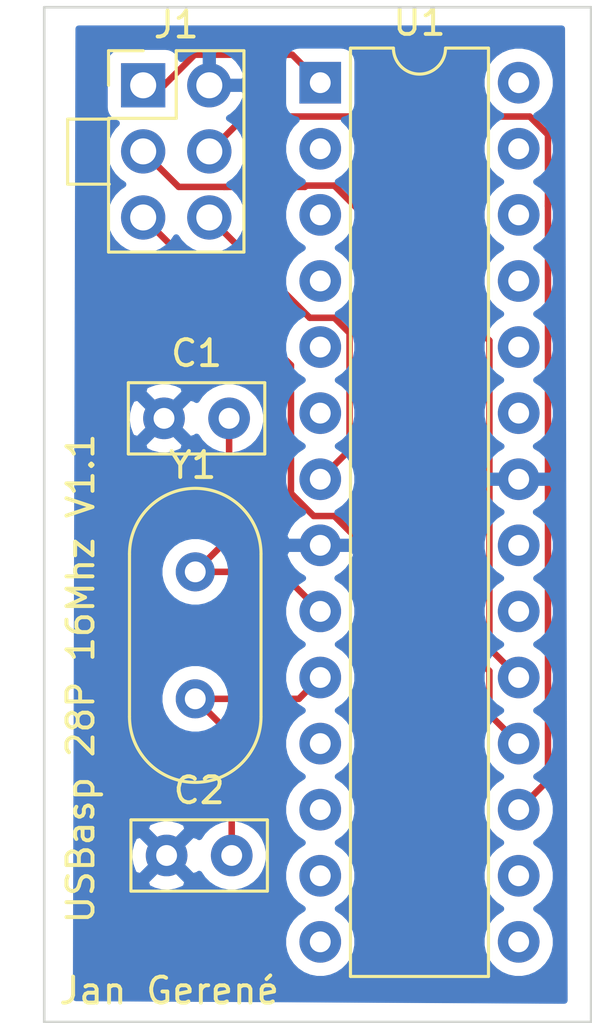
<source format=kicad_pcb>
(kicad_pcb (version 20171130) (host pcbnew "(5.1.7)-1")

  (general
    (thickness 1.6)
    (drawings 9)
    (tracks 41)
    (zones 0)
    (modules 5)
    (nets 9)
  )

  (page A4)
  (layers
    (0 F.Cu signal)
    (31 B.Cu signal hide)
    (32 B.Adhes user)
    (33 F.Adhes user)
    (34 B.Paste user)
    (35 F.Paste user)
    (36 B.SilkS user)
    (37 F.SilkS user)
    (38 B.Mask user)
    (39 F.Mask user)
    (40 Dwgs.User user)
    (41 Cmts.User user)
    (42 Eco1.User user)
    (43 Eco2.User user)
    (44 Edge.Cuts user)
    (45 Margin user)
    (46 B.CrtYd user)
    (47 F.CrtYd user)
    (48 B.Fab user)
    (49 F.Fab user)
  )

  (setup
    (last_trace_width 0.25)
    (trace_clearance 0.2)
    (zone_clearance 0.508)
    (zone_45_only no)
    (trace_min 0.2)
    (via_size 0.8)
    (via_drill 0.4)
    (via_min_size 0.4)
    (via_min_drill 0.3)
    (uvia_size 0.3)
    (uvia_drill 0.1)
    (uvias_allowed no)
    (uvia_min_size 0.2)
    (uvia_min_drill 0.1)
    (edge_width 0.05)
    (segment_width 0.2)
    (pcb_text_width 0.3)
    (pcb_text_size 1.5 1.5)
    (mod_edge_width 0.12)
    (mod_text_size 1 1)
    (mod_text_width 0.15)
    (pad_size 1.524 1.524)
    (pad_drill 0.762)
    (pad_to_mask_clearance 0)
    (aux_axis_origin 0 0)
    (visible_elements 7FFFFFFF)
    (pcbplotparams
      (layerselection 0x010f0_ffffffff)
      (usegerberextensions false)
      (usegerberattributes true)
      (usegerberadvancedattributes true)
      (creategerberjobfile true)
      (excludeedgelayer true)
      (linewidth 0.100000)
      (plotframeref false)
      (viasonmask false)
      (mode 1)
      (useauxorigin false)
      (hpglpennumber 1)
      (hpglpenspeed 20)
      (hpglpendiameter 15.000000)
      (psnegative false)
      (psa4output false)
      (plotreference true)
      (plotvalue true)
      (plotinvisibletext false)
      (padsonsilk true)
      (subtractmaskfromsilk false)
      (outputformat 1)
      (mirror false)
      (drillshape 0)
      (scaleselection 1)
      (outputdirectory "gerbers/"))
  )

  (net 0 "")
  (net 1 GND)
  (net 2 "Net-(C2-Pad2)")
  (net 3 /XTAL1)
  (net 4 /RST)
  (net 5 /SCK)
  (net 6 /MOSI)
  (net 7 /MISO)
  (net 8 /VCC)

  (net_class Default "This is the default net class."
    (clearance 0.2)
    (trace_width 0.25)
    (via_dia 0.8)
    (via_drill 0.4)
    (uvia_dia 0.3)
    (uvia_drill 0.1)
    (add_net /MISO)
    (add_net /MOSI)
    (add_net /RST)
    (add_net /SCK)
    (add_net /VCC)
    (add_net /XTAL1)
    (add_net GND)
    (add_net "Net-(C2-Pad2)")
  )

  (module Connector_PinHeader_2.54mm:PinHeader_2x03_P2.54mm_Vertical (layer F.Cu) (tedit 59FED5CC) (tstamp 5FC94F8D)
    (at 133.8 87)
    (descr "Through hole straight pin header, 2x03, 2.54mm pitch, double rows")
    (tags "Through hole pin header THT 2x03 2.54mm double row")
    (path /5FC8C814)
    (fp_text reference J1 (at 1.27 -2.33) (layer F.SilkS)
      (effects (font (size 1 1) (thickness 0.15)))
    )
    (fp_text value Conn_01x06_Male (at 1.27 7.41) (layer F.Fab)
      (effects (font (size 1 1) (thickness 0.15)))
    )
    (fp_line (start 0 -1.27) (end 3.81 -1.27) (layer F.Fab) (width 0.1))
    (fp_line (start 3.81 -1.27) (end 3.81 6.35) (layer F.Fab) (width 0.1))
    (fp_line (start 3.81 6.35) (end -1.27 6.35) (layer F.Fab) (width 0.1))
    (fp_line (start -1.27 6.35) (end -1.27 0) (layer F.Fab) (width 0.1))
    (fp_line (start -1.27 0) (end 0 -1.27) (layer F.Fab) (width 0.1))
    (fp_line (start -1.33 6.41) (end 3.87 6.41) (layer F.SilkS) (width 0.12))
    (fp_line (start -1.33 1.27) (end -1.33 6.41) (layer F.SilkS) (width 0.12))
    (fp_line (start 3.87 -1.33) (end 3.87 6.41) (layer F.SilkS) (width 0.12))
    (fp_line (start -1.33 1.27) (end 1.27 1.27) (layer F.SilkS) (width 0.12))
    (fp_line (start 1.27 1.27) (end 1.27 -1.33) (layer F.SilkS) (width 0.12))
    (fp_line (start 1.27 -1.33) (end 3.87 -1.33) (layer F.SilkS) (width 0.12))
    (fp_line (start -1.33 0) (end -1.33 -1.33) (layer F.SilkS) (width 0.12))
    (fp_line (start -1.33 -1.33) (end 0 -1.33) (layer F.SilkS) (width 0.12))
    (fp_line (start -1.8 -1.8) (end -1.8 6.85) (layer F.CrtYd) (width 0.05))
    (fp_line (start -1.8 6.85) (end 4.35 6.85) (layer F.CrtYd) (width 0.05))
    (fp_line (start 4.35 6.85) (end 4.35 -1.8) (layer F.CrtYd) (width 0.05))
    (fp_line (start 4.35 -1.8) (end -1.8 -1.8) (layer F.CrtYd) (width 0.05))
    (fp_text user %R (at 1.27 2.54 90) (layer F.Fab)
      (effects (font (size 1 1) (thickness 0.15)))
    )
    (pad 1 thru_hole rect (at 0 0) (size 1.7 1.7) (drill 1) (layers *.Cu *.Mask)
      (net 4 /RST))
    (pad 2 thru_hole oval (at 2.54 0) (size 1.7 1.7) (drill 1) (layers *.Cu *.Mask)
      (net 1 GND))
    (pad 3 thru_hole oval (at 0 2.54) (size 1.7 1.7) (drill 1) (layers *.Cu *.Mask)
      (net 5 /SCK))
    (pad 4 thru_hole oval (at 2.54 2.54) (size 1.7 1.7) (drill 1) (layers *.Cu *.Mask)
      (net 6 /MOSI))
    (pad 5 thru_hole oval (at 0 5.08) (size 1.7 1.7) (drill 1) (layers *.Cu *.Mask)
      (net 7 /MISO))
    (pad 6 thru_hole oval (at 2.54 5.08) (size 1.7 1.7) (drill 1) (layers *.Cu *.Mask)
      (net 8 /VCC))
    (model ${KISYS3DMOD}/Connector_PinHeader_2.54mm.3dshapes/PinHeader_2x03_P2.54mm_Vertical.wrl
      (at (xyz 0 0 0))
      (scale (xyz 1 1 1))
      (rotate (xyz 0 0 0))
    )
  )

  (module Package_DIP:DIP-28_W7.62mm (layer F.Cu) (tedit 5A02E8C5) (tstamp 5FC94FBD)
    (at 140.6 86.9)
    (descr "28-lead though-hole mounted DIP package, row spacing 7.62 mm (300 mils)")
    (tags "THT DIP DIL PDIP 2.54mm 7.62mm 300mil")
    (path /5FC8D473)
    (fp_text reference U1 (at 3.81 -2.33) (layer F.SilkS)
      (effects (font (size 1 1) (thickness 0.15)))
    )
    (fp_text value ATmega328P-PU (at 3.9 25.8 90) (layer F.Fab)
      (effects (font (size 1 1) (thickness 0.15)))
    )
    (fp_line (start 1.635 -1.27) (end 6.985 -1.27) (layer F.Fab) (width 0.1))
    (fp_line (start 6.985 -1.27) (end 6.985 34.29) (layer F.Fab) (width 0.1))
    (fp_line (start 6.985 34.29) (end 0.635 34.29) (layer F.Fab) (width 0.1))
    (fp_line (start 0.635 34.29) (end 0.635 -0.27) (layer F.Fab) (width 0.1))
    (fp_line (start 0.635 -0.27) (end 1.635 -1.27) (layer F.Fab) (width 0.1))
    (fp_line (start 2.81 -1.33) (end 1.16 -1.33) (layer F.SilkS) (width 0.12))
    (fp_line (start 1.16 -1.33) (end 1.16 34.35) (layer F.SilkS) (width 0.12))
    (fp_line (start 1.16 34.35) (end 6.46 34.35) (layer F.SilkS) (width 0.12))
    (fp_line (start 6.46 34.35) (end 6.46 -1.33) (layer F.SilkS) (width 0.12))
    (fp_line (start 6.46 -1.33) (end 4.81 -1.33) (layer F.SilkS) (width 0.12))
    (fp_line (start -1.1 -1.55) (end -1.1 34.55) (layer F.CrtYd) (width 0.05))
    (fp_line (start -1.1 34.55) (end 8.7 34.55) (layer F.CrtYd) (width 0.05))
    (fp_line (start 8.7 34.55) (end 8.7 -1.55) (layer F.CrtYd) (width 0.05))
    (fp_line (start 8.7 -1.55) (end -1.1 -1.55) (layer F.CrtYd) (width 0.05))
    (fp_arc (start 3.81 -1.33) (end 2.81 -1.33) (angle -180) (layer F.SilkS) (width 0.12))
    (fp_text user %R (at 3.81 16.51) (layer F.Fab)
      (effects (font (size 1 1) (thickness 0.15)))
    )
    (pad 1 thru_hole rect (at 0 0) (size 1.6 1.6) (drill 0.8) (layers *.Cu *.Mask)
      (net 4 /RST))
    (pad 15 thru_hole oval (at 7.62 33.02) (size 1.6 1.6) (drill 0.8) (layers *.Cu *.Mask))
    (pad 2 thru_hole oval (at 0 2.54) (size 1.6 1.6) (drill 0.8) (layers *.Cu *.Mask))
    (pad 16 thru_hole oval (at 7.62 30.48) (size 1.6 1.6) (drill 0.8) (layers *.Cu *.Mask))
    (pad 3 thru_hole oval (at 0 5.08) (size 1.6 1.6) (drill 0.8) (layers *.Cu *.Mask))
    (pad 17 thru_hole oval (at 7.62 27.94) (size 1.6 1.6) (drill 0.8) (layers *.Cu *.Mask)
      (net 6 /MOSI))
    (pad 4 thru_hole oval (at 0 7.62) (size 1.6 1.6) (drill 0.8) (layers *.Cu *.Mask))
    (pad 18 thru_hole oval (at 7.62 25.4) (size 1.6 1.6) (drill 0.8) (layers *.Cu *.Mask)
      (net 7 /MISO))
    (pad 5 thru_hole oval (at 0 10.16) (size 1.6 1.6) (drill 0.8) (layers *.Cu *.Mask))
    (pad 19 thru_hole oval (at 7.62 22.86) (size 1.6 1.6) (drill 0.8) (layers *.Cu *.Mask)
      (net 5 /SCK))
    (pad 6 thru_hole oval (at 0 12.7) (size 1.6 1.6) (drill 0.8) (layers *.Cu *.Mask))
    (pad 20 thru_hole oval (at 7.62 20.32) (size 1.6 1.6) (drill 0.8) (layers *.Cu *.Mask))
    (pad 7 thru_hole oval (at 0 15.24) (size 1.6 1.6) (drill 0.8) (layers *.Cu *.Mask)
      (net 8 /VCC))
    (pad 21 thru_hole oval (at 7.62 17.78) (size 1.6 1.6) (drill 0.8) (layers *.Cu *.Mask))
    (pad 8 thru_hole oval (at 0 17.78) (size 1.6 1.6) (drill 0.8) (layers *.Cu *.Mask)
      (net 1 GND))
    (pad 22 thru_hole oval (at 7.62 15.24) (size 1.6 1.6) (drill 0.8) (layers *.Cu *.Mask)
      (net 1 GND))
    (pad 9 thru_hole oval (at 0 20.32) (size 1.6 1.6) (drill 0.8) (layers *.Cu *.Mask)
      (net 3 /XTAL1))
    (pad 23 thru_hole oval (at 7.62 12.7) (size 1.6 1.6) (drill 0.8) (layers *.Cu *.Mask))
    (pad 10 thru_hole oval (at 0 22.86) (size 1.6 1.6) (drill 0.8) (layers *.Cu *.Mask)
      (net 2 "Net-(C2-Pad2)"))
    (pad 24 thru_hole oval (at 7.62 10.16) (size 1.6 1.6) (drill 0.8) (layers *.Cu *.Mask))
    (pad 11 thru_hole oval (at 0 25.4) (size 1.6 1.6) (drill 0.8) (layers *.Cu *.Mask))
    (pad 25 thru_hole oval (at 7.62 7.62) (size 1.6 1.6) (drill 0.8) (layers *.Cu *.Mask))
    (pad 12 thru_hole oval (at 0 27.94) (size 1.6 1.6) (drill 0.8) (layers *.Cu *.Mask))
    (pad 26 thru_hole oval (at 7.62 5.08) (size 1.6 1.6) (drill 0.8) (layers *.Cu *.Mask))
    (pad 13 thru_hole oval (at 0 30.48) (size 1.6 1.6) (drill 0.8) (layers *.Cu *.Mask))
    (pad 27 thru_hole oval (at 7.62 2.54) (size 1.6 1.6) (drill 0.8) (layers *.Cu *.Mask))
    (pad 14 thru_hole oval (at 0 33.02) (size 1.6 1.6) (drill 0.8) (layers *.Cu *.Mask))
    (pad 28 thru_hole oval (at 7.62 0) (size 1.6 1.6) (drill 0.8) (layers *.Cu *.Mask))
    (model ${KISYS3DMOD}/Package_DIP.3dshapes/DIP-28_W7.62mm.wrl
      (at (xyz 0 0 0))
      (scale (xyz 1 1 1))
      (rotate (xyz 0 0 0))
    )
  )

  (module Crystal:Crystal_HC49-U_Vertical (layer F.Cu) (tedit 5A1AD3B8) (tstamp 5FC94FD4)
    (at 135.8 105.7 270)
    (descr "Crystal THT HC-49/U http://5hertz.com/pdfs/04404_D.pdf")
    (tags "THT crystalHC-49/U")
    (path /5FC91D07)
    (fp_text reference Y1 (at -4.1 0.1 180) (layer F.SilkS)
      (effects (font (size 1 1) (thickness 0.15)))
    )
    (fp_text value 16MHz (at 2.9 1.1 90) (layer F.Fab)
      (effects (font (size 1 1) (thickness 0.15)))
    )
    (fp_line (start -0.685 -2.325) (end 5.565 -2.325) (layer F.Fab) (width 0.1))
    (fp_line (start -0.685 2.325) (end 5.565 2.325) (layer F.Fab) (width 0.1))
    (fp_line (start -0.56 -2) (end 5.44 -2) (layer F.Fab) (width 0.1))
    (fp_line (start -0.56 2) (end 5.44 2) (layer F.Fab) (width 0.1))
    (fp_line (start -0.685 -2.525) (end 5.565 -2.525) (layer F.SilkS) (width 0.12))
    (fp_line (start -0.685 2.525) (end 5.565 2.525) (layer F.SilkS) (width 0.12))
    (fp_line (start -3.5 -2.8) (end -3.5 2.8) (layer F.CrtYd) (width 0.05))
    (fp_line (start -3.5 2.8) (end 8.4 2.8) (layer F.CrtYd) (width 0.05))
    (fp_line (start 8.4 2.8) (end 8.4 -2.8) (layer F.CrtYd) (width 0.05))
    (fp_line (start 8.4 -2.8) (end -3.5 -2.8) (layer F.CrtYd) (width 0.05))
    (fp_text user %R (at 2.324999 0.274999 90) (layer F.Fab)
      (effects (font (size 1 1) (thickness 0.15)))
    )
    (fp_arc (start -0.685 0) (end -0.685 -2.325) (angle -180) (layer F.Fab) (width 0.1))
    (fp_arc (start 5.565 0) (end 5.565 -2.325) (angle 180) (layer F.Fab) (width 0.1))
    (fp_arc (start -0.56 0) (end -0.56 -2) (angle -180) (layer F.Fab) (width 0.1))
    (fp_arc (start 5.44 0) (end 5.44 -2) (angle 180) (layer F.Fab) (width 0.1))
    (fp_arc (start -0.685 0) (end -0.685 -2.525) (angle -180) (layer F.SilkS) (width 0.12))
    (fp_arc (start 5.565 0) (end 5.565 -2.525) (angle 180) (layer F.SilkS) (width 0.12))
    (pad 1 thru_hole circle (at 0 0 270) (size 1.5 1.5) (drill 0.8) (layers *.Cu *.Mask)
      (net 3 /XTAL1))
    (pad 2 thru_hole circle (at 4.88 0 270) (size 1.5 1.5) (drill 0.8) (layers *.Cu *.Mask)
      (net 2 "Net-(C2-Pad2)"))
    (model ${KISYS3DMOD}/Crystal.3dshapes/Crystal_HC49-U_Vertical.wrl
      (at (xyz 0 0 0))
      (scale (xyz 1 1 1))
      (rotate (xyz 0 0 0))
    )
  )

  (module Capacitor_THT:C_Disc_D5.0mm_W2.5mm_P2.50mm (layer F.Cu) (tedit 5AE50EF0) (tstamp 601F9430)
    (at 134.7 116.6)
    (descr "C, Disc series, Radial, pin pitch=2.50mm, , diameter*width=5*2.5mm^2, Capacitor, http://cdn-reichelt.de/documents/datenblatt/B300/DS_KERKO_TC.pdf")
    (tags "C Disc series Radial pin pitch 2.50mm  diameter 5mm width 2.5mm Capacitor")
    (path /5FC92A4D)
    (fp_text reference C2 (at 1.25 -2.5) (layer F.SilkS)
      (effects (font (size 1 1) (thickness 0.15)))
    )
    (fp_text value 22pF (at 1.25 2.5) (layer F.Fab)
      (effects (font (size 1 1) (thickness 0.15)))
    )
    (fp_line (start 4 -1.5) (end -1.5 -1.5) (layer F.CrtYd) (width 0.05))
    (fp_line (start 4 1.5) (end 4 -1.5) (layer F.CrtYd) (width 0.05))
    (fp_line (start -1.5 1.5) (end 4 1.5) (layer F.CrtYd) (width 0.05))
    (fp_line (start -1.5 -1.5) (end -1.5 1.5) (layer F.CrtYd) (width 0.05))
    (fp_line (start 3.87 -1.37) (end 3.87 1.37) (layer F.SilkS) (width 0.12))
    (fp_line (start -1.37 -1.37) (end -1.37 1.37) (layer F.SilkS) (width 0.12))
    (fp_line (start -1.37 1.37) (end 3.87 1.37) (layer F.SilkS) (width 0.12))
    (fp_line (start -1.37 -1.37) (end 3.87 -1.37) (layer F.SilkS) (width 0.12))
    (fp_line (start 3.75 -1.25) (end -1.25 -1.25) (layer F.Fab) (width 0.1))
    (fp_line (start 3.75 1.25) (end 3.75 -1.25) (layer F.Fab) (width 0.1))
    (fp_line (start -1.25 1.25) (end 3.75 1.25) (layer F.Fab) (width 0.1))
    (fp_line (start -1.25 -1.25) (end -1.25 1.25) (layer F.Fab) (width 0.1))
    (fp_text user %R (at 1.3 0) (layer F.Fab)
      (effects (font (size 1 1) (thickness 0.15)))
    )
    (pad 1 thru_hole circle (at 0 0) (size 1.6 1.6) (drill 0.8) (layers *.Cu *.Mask)
      (net 1 GND))
    (pad 2 thru_hole circle (at 2.5 0) (size 1.6 1.6) (drill 0.8) (layers *.Cu *.Mask)
      (net 2 "Net-(C2-Pad2)"))
    (model ${KISYS3DMOD}/Capacitor_THT.3dshapes/C_Disc_D5.0mm_W2.5mm_P2.50mm.wrl
      (at (xyz 0 0 0))
      (scale (xyz 1 1 1))
      (rotate (xyz 0 0 0))
    )
  )

  (module Capacitor_THT:C_Disc_D5.0mm_W2.5mm_P2.50mm (layer F.Cu) (tedit 5AE50EF0) (tstamp 601F9696)
    (at 134.6 99.8)
    (descr "C, Disc series, Radial, pin pitch=2.50mm, , diameter*width=5*2.5mm^2, Capacitor, http://cdn-reichelt.de/documents/datenblatt/B300/DS_KERKO_TC.pdf")
    (tags "C Disc series Radial pin pitch 2.50mm  diameter 5mm width 2.5mm Capacitor")
    (path /5FC924BC)
    (fp_text reference C1 (at 1.25 -2.5) (layer F.SilkS)
      (effects (font (size 1 1) (thickness 0.15)))
    )
    (fp_text value 22pF (at 1.25 2.5) (layer F.Fab)
      (effects (font (size 1 1) (thickness 0.15)))
    )
    (fp_line (start 4 -1.5) (end -1.5 -1.5) (layer F.CrtYd) (width 0.05))
    (fp_line (start 4 1.5) (end 4 -1.5) (layer F.CrtYd) (width 0.05))
    (fp_line (start -1.5 1.5) (end 4 1.5) (layer F.CrtYd) (width 0.05))
    (fp_line (start -1.5 -1.5) (end -1.5 1.5) (layer F.CrtYd) (width 0.05))
    (fp_line (start 3.87 -1.37) (end 3.87 1.37) (layer F.SilkS) (width 0.12))
    (fp_line (start -1.37 -1.37) (end -1.37 1.37) (layer F.SilkS) (width 0.12))
    (fp_line (start -1.37 1.37) (end 3.87 1.37) (layer F.SilkS) (width 0.12))
    (fp_line (start -1.37 -1.37) (end 3.87 -1.37) (layer F.SilkS) (width 0.12))
    (fp_line (start 3.75 -1.25) (end -1.25 -1.25) (layer F.Fab) (width 0.1))
    (fp_line (start 3.75 1.25) (end 3.75 -1.25) (layer F.Fab) (width 0.1))
    (fp_line (start -1.25 1.25) (end 3.75 1.25) (layer F.Fab) (width 0.1))
    (fp_line (start -1.25 -1.25) (end -1.25 1.25) (layer F.Fab) (width 0.1))
    (fp_text user %R (at 1.25 0) (layer F.Fab)
      (effects (font (size 1 1) (thickness 0.15)))
    )
    (pad 1 thru_hole circle (at 0 0) (size 1.6 1.6) (drill 0.8) (layers *.Cu *.Mask)
      (net 1 GND))
    (pad 2 thru_hole circle (at 2.5 0) (size 1.6 1.6) (drill 0.8) (layers *.Cu *.Mask)
      (net 3 /XTAL1))
    (model ${KISYS3DMOD}/Capacitor_THT.3dshapes/C_Disc_D5.0mm_W2.5mm_P2.50mm.wrl
      (at (xyz 0 0 0))
      (scale (xyz 1 1 1))
      (rotate (xyz 0 0 0))
    )
  )

  (gr_line (start 130.9 90.8) (end 132.5 90.8) (layer F.SilkS) (width 0.12))
  (gr_line (start 130.9 88.3) (end 130.9 90.8) (layer F.SilkS) (width 0.12))
  (gr_line (start 132.5 88.3) (end 130.9 88.3) (layer F.SilkS) (width 0.12))
  (gr_text "Jan Gerené" (at 134.8 121.8) (layer F.SilkS)
    (effects (font (size 1 1) (thickness 0.15)))
  )
  (gr_text "USBasp 28P 16Mhz V1.1\n" (at 131.4 109.8 90) (layer F.SilkS)
    (effects (font (size 1 1) (thickness 0.15)))
  )
  (gr_line (start 151 84) (end 151 123) (layer Edge.Cuts) (width 0.1))
  (gr_line (start 130 84) (end 151 84) (layer Edge.Cuts) (width 0.1))
  (gr_line (start 130 123) (end 130 84) (layer Edge.Cuts) (width 0.1))
  (gr_line (start 151 123) (end 130 123) (layer Edge.Cuts) (width 0.1))

  (segment (start 139.78 110.58) (end 140.6 109.76) (width 0.25) (layer F.Cu) (net 2) (status 20))
  (segment (start 135.8 110.58) (end 139.78 110.58) (width 0.25) (layer F.Cu) (net 2) (status 10))
  (segment (start 137.2 111.98) (end 135.8 110.58) (width 0.25) (layer F.Cu) (net 2) (status 20))
  (segment (start 137.2 116.6) (end 137.2 111.98) (width 0.25) (layer F.Cu) (net 2) (status 10))
  (segment (start 139.08 105.7) (end 140.6 107.22) (width 0.25) (layer F.Cu) (net 3) (status 20))
  (segment (start 135.8 105.7) (end 139.08 105.7) (width 0.25) (layer F.Cu) (net 3) (status 10))
  (segment (start 137.1 104.4) (end 135.8 105.7) (width 0.25) (layer F.Cu) (net 3) (status 20))
  (segment (start 137.1 99.8) (end 137.1 104.4) (width 0.25) (layer F.Cu) (net 3) (status 10))
  (segment (start 139.524999 85.824999) (end 140.6 86.9) (width 0.25) (layer F.Cu) (net 4) (status 20))
  (segment (start 135.775999 85.824999) (end 139.524999 85.824999) (width 0.25) (layer F.Cu) (net 4))
  (segment (start 134.600998 87) (end 135.775999 85.824999) (width 0.25) (layer F.Cu) (net 4) (status 10))
  (segment (start 133.8 87) (end 134.600998 87) (width 0.25) (layer F.Cu) (net 4) (status 30))
  (segment (start 147.094999 96.809997) (end 147.094999 108.634999) (width 0.25) (layer F.Cu) (net 5))
  (segment (start 141.140001 90.854999) (end 147.094999 96.809997) (width 0.25) (layer F.Cu) (net 5))
  (segment (start 140.059999 90.854999) (end 141.140001 90.854999) (width 0.25) (layer F.Cu) (net 5))
  (segment (start 147.094999 108.634999) (end 148.22 109.76) (width 0.25) (layer F.Cu) (net 5) (status 20))
  (segment (start 133.8 89.54) (end 135.164999 90.904999) (width 0.25) (layer F.Cu) (net 5) (status 10))
  (segment (start 140.009999 90.904999) (end 140.059999 90.854999) (width 0.25) (layer F.Cu) (net 5))
  (segment (start 136.904999 90.904999) (end 140.009999 90.904999) (width 0.25) (layer F.Cu) (net 5))
  (segment (start 135.164999 90.904999) (end 136.904999 90.904999) (width 0.25) (layer F.Cu) (net 5))
  (segment (start 136.904999 90.904999) (end 137.048589 90.904999) (width 0.25) (layer F.Cu) (net 5))
  (segment (start 149.345001 113.714999) (end 148.22 114.84) (width 0.25) (layer F.Cu) (net 6) (status 20))
  (segment (start 148.645002 88.2) (end 149.345001 88.899999) (width 0.25) (layer F.Cu) (net 6))
  (segment (start 137.7 88.2) (end 148.645002 88.2) (width 0.25) (layer F.Cu) (net 6))
  (segment (start 149.345001 88.899999) (end 149.345001 91.645001) (width 0.25) (layer F.Cu) (net 6))
  (segment (start 136.34 89.56) (end 137.7 88.2) (width 0.25) (layer F.Cu) (net 6) (status 10))
  (segment (start 136.34 89.54) (end 136.34 89.56) (width 0.25) (layer F.Cu) (net 6) (status 30))
  (segment (start 149.345001 91.645001) (end 149.345001 113.714999) (width 0.25) (layer F.Cu) (net 6))
  (segment (start 149.345001 91.439999) (end 149.345001 91.645001) (width 0.25) (layer F.Cu) (net 6))
  (segment (start 147.094999 111.174999) (end 148.22 112.3) (width 0.25) (layer F.Cu) (net 7) (status 20))
  (segment (start 147.094999 109.509997) (end 147.094999 111.174999) (width 0.25) (layer F.Cu) (net 7))
  (segment (start 141.140001 103.554999) (end 147.094999 109.509997) (width 0.25) (layer F.Cu) (net 7))
  (segment (start 140.349997 103.554999) (end 141.140001 103.554999) (width 0.25) (layer F.Cu) (net 7))
  (segment (start 139.474999 102.680001) (end 140.349997 103.554999) (width 0.25) (layer F.Cu) (net 7))
  (segment (start 139.474999 97.754999) (end 139.474999 102.680001) (width 0.25) (layer F.Cu) (net 7))
  (segment (start 133.8 92.08) (end 139.474999 97.754999) (width 0.25) (layer F.Cu) (net 7) (status 10))
  (segment (start 141.725001 101.014999) (end 140.6 102.14) (width 0.25) (layer F.Cu) (net 8) (status 20))
  (segment (start 141.725001 96.519999) (end 141.725001 101.014999) (width 0.25) (layer F.Cu) (net 8))
  (segment (start 141.140001 95.934999) (end 141.725001 96.519999) (width 0.25) (layer F.Cu) (net 8))
  (segment (start 140.194999 95.934999) (end 141.140001 95.934999) (width 0.25) (layer F.Cu) (net 8))
  (segment (start 136.34 92.08) (end 140.194999 95.934999) (width 0.25) (layer F.Cu) (net 8) (status 10))

  (zone (net 1) (net_name GND) (layer B.Cu) (tstamp 5FC96333) (hatch edge 0.508)
    (connect_pads (clearance 0.508))
    (min_thickness 0.254)
    (fill yes (arc_segments 32) (thermal_gap 0.508) (thermal_bridge_width 0.508))
    (polygon
      (pts
        (xy 150.1 122.3) (xy 131.1 122.2) (xy 131.2 84.7) (xy 150 84.7)
      )
    )
    (filled_polygon
      (pts
        (xy 149.97266 122.172328) (xy 131.227338 122.073669) (xy 131.239286 117.592702) (xy 133.886903 117.592702) (xy 133.958486 117.836671)
        (xy 134.213996 117.957571) (xy 134.488184 118.0263) (xy 134.770512 118.040217) (xy 135.05013 117.998787) (xy 135.316292 117.903603)
        (xy 135.441514 117.836671) (xy 135.513097 117.592702) (xy 134.7 116.779605) (xy 133.886903 117.592702) (xy 131.239286 117.592702)
        (xy 131.241746 116.670512) (xy 133.259783 116.670512) (xy 133.301213 116.95013) (xy 133.396397 117.216292) (xy 133.463329 117.341514)
        (xy 133.707298 117.413097) (xy 134.520395 116.6) (xy 134.879605 116.6) (xy 135.692702 117.413097) (xy 135.936671 117.341514)
        (xy 135.950324 117.312659) (xy 136.085363 117.514759) (xy 136.285241 117.714637) (xy 136.520273 117.87168) (xy 136.781426 117.979853)
        (xy 137.058665 118.035) (xy 137.341335 118.035) (xy 137.618574 117.979853) (xy 137.879727 117.87168) (xy 138.114759 117.714637)
        (xy 138.314637 117.514759) (xy 138.47168 117.279727) (xy 138.579853 117.018574) (xy 138.635 116.741335) (xy 138.635 116.458665)
        (xy 138.579853 116.181426) (xy 138.47168 115.920273) (xy 138.314637 115.685241) (xy 138.114759 115.485363) (xy 137.879727 115.32832)
        (xy 137.618574 115.220147) (xy 137.341335 115.165) (xy 137.058665 115.165) (xy 136.781426 115.220147) (xy 136.520273 115.32832)
        (xy 136.285241 115.485363) (xy 136.085363 115.685241) (xy 135.951308 115.885869) (xy 135.936671 115.858486) (xy 135.692702 115.786903)
        (xy 134.879605 116.6) (xy 134.520395 116.6) (xy 133.707298 115.786903) (xy 133.463329 115.858486) (xy 133.342429 116.113996)
        (xy 133.2737 116.388184) (xy 133.259783 116.670512) (xy 131.241746 116.670512) (xy 131.244581 115.607298) (xy 133.886903 115.607298)
        (xy 134.7 116.420395) (xy 135.513097 115.607298) (xy 135.441514 115.363329) (xy 135.186004 115.242429) (xy 134.911816 115.1737)
        (xy 134.629488 115.159783) (xy 134.34987 115.201213) (xy 134.083708 115.296397) (xy 133.958486 115.363329) (xy 133.886903 115.607298)
        (xy 131.244581 115.607298) (xy 131.25835 110.443589) (xy 134.415 110.443589) (xy 134.415 110.716411) (xy 134.468225 110.983989)
        (xy 134.572629 111.236043) (xy 134.724201 111.462886) (xy 134.917114 111.655799) (xy 135.143957 111.807371) (xy 135.396011 111.911775)
        (xy 135.663589 111.965) (xy 135.936411 111.965) (xy 136.203989 111.911775) (xy 136.456043 111.807371) (xy 136.682886 111.655799)
        (xy 136.875799 111.462886) (xy 137.027371 111.236043) (xy 137.131775 110.983989) (xy 137.185 110.716411) (xy 137.185 110.443589)
        (xy 137.131775 110.176011) (xy 137.027371 109.923957) (xy 136.875799 109.697114) (xy 136.682886 109.504201) (xy 136.456043 109.352629)
        (xy 136.203989 109.248225) (xy 135.936411 109.195) (xy 135.663589 109.195) (xy 135.396011 109.248225) (xy 135.143957 109.352629)
        (xy 134.917114 109.504201) (xy 134.724201 109.697114) (xy 134.572629 109.923957) (xy 134.468225 110.176011) (xy 134.415 110.443589)
        (xy 131.25835 110.443589) (xy 131.271363 105.563589) (xy 134.415 105.563589) (xy 134.415 105.836411) (xy 134.468225 106.103989)
        (xy 134.572629 106.356043) (xy 134.724201 106.582886) (xy 134.917114 106.775799) (xy 135.143957 106.927371) (xy 135.396011 107.031775)
        (xy 135.663589 107.085) (xy 135.936411 107.085) (xy 135.968258 107.078665) (xy 139.165 107.078665) (xy 139.165 107.361335)
        (xy 139.220147 107.638574) (xy 139.32832 107.899727) (xy 139.485363 108.134759) (xy 139.685241 108.334637) (xy 139.917759 108.49)
        (xy 139.685241 108.645363) (xy 139.485363 108.845241) (xy 139.32832 109.080273) (xy 139.220147 109.341426) (xy 139.165 109.618665)
        (xy 139.165 109.901335) (xy 139.220147 110.178574) (xy 139.32832 110.439727) (xy 139.485363 110.674759) (xy 139.685241 110.874637)
        (xy 139.917759 111.03) (xy 139.685241 111.185363) (xy 139.485363 111.385241) (xy 139.32832 111.620273) (xy 139.220147 111.881426)
        (xy 139.165 112.158665) (xy 139.165 112.441335) (xy 139.220147 112.718574) (xy 139.32832 112.979727) (xy 139.485363 113.214759)
        (xy 139.685241 113.414637) (xy 139.917759 113.57) (xy 139.685241 113.725363) (xy 139.485363 113.925241) (xy 139.32832 114.160273)
        (xy 139.220147 114.421426) (xy 139.165 114.698665) (xy 139.165 114.981335) (xy 139.220147 115.258574) (xy 139.32832 115.519727)
        (xy 139.485363 115.754759) (xy 139.685241 115.954637) (xy 139.917759 116.11) (xy 139.685241 116.265363) (xy 139.485363 116.465241)
        (xy 139.32832 116.700273) (xy 139.220147 116.961426) (xy 139.165 117.238665) (xy 139.165 117.521335) (xy 139.220147 117.798574)
        (xy 139.32832 118.059727) (xy 139.485363 118.294759) (xy 139.685241 118.494637) (xy 139.917759 118.65) (xy 139.685241 118.805363)
        (xy 139.485363 119.005241) (xy 139.32832 119.240273) (xy 139.220147 119.501426) (xy 139.165 119.778665) (xy 139.165 120.061335)
        (xy 139.220147 120.338574) (xy 139.32832 120.599727) (xy 139.485363 120.834759) (xy 139.685241 121.034637) (xy 139.920273 121.19168)
        (xy 140.181426 121.299853) (xy 140.458665 121.355) (xy 140.741335 121.355) (xy 141.018574 121.299853) (xy 141.279727 121.19168)
        (xy 141.514759 121.034637) (xy 141.714637 120.834759) (xy 141.87168 120.599727) (xy 141.979853 120.338574) (xy 142.035 120.061335)
        (xy 142.035 119.778665) (xy 141.979853 119.501426) (xy 141.87168 119.240273) (xy 141.714637 119.005241) (xy 141.514759 118.805363)
        (xy 141.282241 118.65) (xy 141.514759 118.494637) (xy 141.714637 118.294759) (xy 141.87168 118.059727) (xy 141.979853 117.798574)
        (xy 142.035 117.521335) (xy 142.035 117.238665) (xy 141.979853 116.961426) (xy 141.87168 116.700273) (xy 141.714637 116.465241)
        (xy 141.514759 116.265363) (xy 141.282241 116.11) (xy 141.514759 115.954637) (xy 141.714637 115.754759) (xy 141.87168 115.519727)
        (xy 141.979853 115.258574) (xy 142.035 114.981335) (xy 142.035 114.698665) (xy 141.979853 114.421426) (xy 141.87168 114.160273)
        (xy 141.714637 113.925241) (xy 141.514759 113.725363) (xy 141.282241 113.57) (xy 141.514759 113.414637) (xy 141.714637 113.214759)
        (xy 141.87168 112.979727) (xy 141.979853 112.718574) (xy 142.035 112.441335) (xy 142.035 112.158665) (xy 141.979853 111.881426)
        (xy 141.87168 111.620273) (xy 141.714637 111.385241) (xy 141.514759 111.185363) (xy 141.282241 111.03) (xy 141.514759 110.874637)
        (xy 141.714637 110.674759) (xy 141.87168 110.439727) (xy 141.979853 110.178574) (xy 142.035 109.901335) (xy 142.035 109.618665)
        (xy 141.979853 109.341426) (xy 141.87168 109.080273) (xy 141.714637 108.845241) (xy 141.514759 108.645363) (xy 141.282241 108.49)
        (xy 141.514759 108.334637) (xy 141.714637 108.134759) (xy 141.87168 107.899727) (xy 141.979853 107.638574) (xy 142.035 107.361335)
        (xy 142.035 107.078665) (xy 141.979853 106.801426) (xy 141.87168 106.540273) (xy 141.714637 106.305241) (xy 141.514759 106.105363)
        (xy 141.279727 105.94832) (xy 141.269135 105.943933) (xy 141.455131 105.832385) (xy 141.663519 105.643414) (xy 141.831037 105.41742)
        (xy 141.951246 105.163087) (xy 141.991904 105.029039) (xy 141.869915 104.807) (xy 140.727 104.807) (xy 140.727 104.827)
        (xy 140.473 104.827) (xy 140.473 104.807) (xy 139.330085 104.807) (xy 139.208096 105.029039) (xy 139.248754 105.163087)
        (xy 139.368963 105.41742) (xy 139.536481 105.643414) (xy 139.744869 105.832385) (xy 139.930865 105.943933) (xy 139.920273 105.94832)
        (xy 139.685241 106.105363) (xy 139.485363 106.305241) (xy 139.32832 106.540273) (xy 139.220147 106.801426) (xy 139.165 107.078665)
        (xy 135.968258 107.078665) (xy 136.203989 107.031775) (xy 136.456043 106.927371) (xy 136.682886 106.775799) (xy 136.875799 106.582886)
        (xy 137.027371 106.356043) (xy 137.131775 106.103989) (xy 137.185 105.836411) (xy 137.185 105.563589) (xy 137.131775 105.296011)
        (xy 137.027371 105.043957) (xy 136.875799 104.817114) (xy 136.682886 104.624201) (xy 136.456043 104.472629) (xy 136.203989 104.368225)
        (xy 135.936411 104.315) (xy 135.663589 104.315) (xy 135.396011 104.368225) (xy 135.143957 104.472629) (xy 134.917114 104.624201)
        (xy 134.724201 104.817114) (xy 134.572629 105.043957) (xy 134.468225 105.296011) (xy 134.415 105.563589) (xy 131.271363 105.563589)
        (xy 131.284086 100.792702) (xy 133.786903 100.792702) (xy 133.858486 101.036671) (xy 134.113996 101.157571) (xy 134.388184 101.2263)
        (xy 134.670512 101.240217) (xy 134.95013 101.198787) (xy 135.216292 101.103603) (xy 135.341514 101.036671) (xy 135.413097 100.792702)
        (xy 134.6 99.979605) (xy 133.786903 100.792702) (xy 131.284086 100.792702) (xy 131.286546 99.870512) (xy 133.159783 99.870512)
        (xy 133.201213 100.15013) (xy 133.296397 100.416292) (xy 133.363329 100.541514) (xy 133.607298 100.613097) (xy 134.420395 99.8)
        (xy 134.779605 99.8) (xy 135.592702 100.613097) (xy 135.836671 100.541514) (xy 135.850324 100.512659) (xy 135.985363 100.714759)
        (xy 136.185241 100.914637) (xy 136.420273 101.07168) (xy 136.681426 101.179853) (xy 136.958665 101.235) (xy 137.241335 101.235)
        (xy 137.518574 101.179853) (xy 137.779727 101.07168) (xy 138.014759 100.914637) (xy 138.214637 100.714759) (xy 138.37168 100.479727)
        (xy 138.479853 100.218574) (xy 138.535 99.941335) (xy 138.535 99.658665) (xy 138.479853 99.381426) (xy 138.37168 99.120273)
        (xy 138.214637 98.885241) (xy 138.014759 98.685363) (xy 137.779727 98.52832) (xy 137.518574 98.420147) (xy 137.241335 98.365)
        (xy 136.958665 98.365) (xy 136.681426 98.420147) (xy 136.420273 98.52832) (xy 136.185241 98.685363) (xy 135.985363 98.885241)
        (xy 135.851308 99.085869) (xy 135.836671 99.058486) (xy 135.592702 98.986903) (xy 134.779605 99.8) (xy 134.420395 99.8)
        (xy 133.607298 98.986903) (xy 133.363329 99.058486) (xy 133.242429 99.313996) (xy 133.1737 99.588184) (xy 133.159783 99.870512)
        (xy 131.286546 99.870512) (xy 131.289381 98.807298) (xy 133.786903 98.807298) (xy 134.6 99.620395) (xy 135.413097 98.807298)
        (xy 135.341514 98.563329) (xy 135.086004 98.442429) (xy 134.811816 98.3737) (xy 134.529488 98.359783) (xy 134.24987 98.401213)
        (xy 133.983708 98.496397) (xy 133.858486 98.563329) (xy 133.786903 98.807298) (xy 131.289381 98.807298) (xy 131.323134 86.15)
        (xy 132.311928 86.15) (xy 132.311928 87.85) (xy 132.324188 87.974482) (xy 132.360498 88.09418) (xy 132.419463 88.204494)
        (xy 132.498815 88.301185) (xy 132.595506 88.380537) (xy 132.70582 88.439502) (xy 132.77838 88.461513) (xy 132.646525 88.593368)
        (xy 132.48401 88.836589) (xy 132.372068 89.106842) (xy 132.315 89.39374) (xy 132.315 89.68626) (xy 132.372068 89.973158)
        (xy 132.48401 90.243411) (xy 132.646525 90.486632) (xy 132.853368 90.693475) (xy 133.02776 90.81) (xy 132.853368 90.926525)
        (xy 132.646525 91.133368) (xy 132.48401 91.376589) (xy 132.372068 91.646842) (xy 132.315 91.93374) (xy 132.315 92.22626)
        (xy 132.372068 92.513158) (xy 132.48401 92.783411) (xy 132.646525 93.026632) (xy 132.853368 93.233475) (xy 133.096589 93.39599)
        (xy 133.366842 93.507932) (xy 133.65374 93.565) (xy 133.94626 93.565) (xy 134.233158 93.507932) (xy 134.503411 93.39599)
        (xy 134.746632 93.233475) (xy 134.953475 93.026632) (xy 135.07 92.85224) (xy 135.186525 93.026632) (xy 135.393368 93.233475)
        (xy 135.636589 93.39599) (xy 135.906842 93.507932) (xy 136.19374 93.565) (xy 136.48626 93.565) (xy 136.773158 93.507932)
        (xy 137.043411 93.39599) (xy 137.286632 93.233475) (xy 137.493475 93.026632) (xy 137.65599 92.783411) (xy 137.767932 92.513158)
        (xy 137.825 92.22626) (xy 137.825 91.93374) (xy 137.767932 91.646842) (xy 137.65599 91.376589) (xy 137.493475 91.133368)
        (xy 137.286632 90.926525) (xy 137.11224 90.81) (xy 137.286632 90.693475) (xy 137.493475 90.486632) (xy 137.65599 90.243411)
        (xy 137.767932 89.973158) (xy 137.825 89.68626) (xy 137.825 89.39374) (xy 137.767932 89.106842) (xy 137.65599 88.836589)
        (xy 137.493475 88.593368) (xy 137.286632 88.386525) (xy 137.104466 88.264805) (xy 137.221355 88.195178) (xy 137.437588 88.000269)
        (xy 137.611641 87.76692) (xy 137.736825 87.504099) (xy 137.781476 87.35689) (xy 137.660155 87.127) (xy 136.467 87.127)
        (xy 136.467 87.147) (xy 136.213 87.147) (xy 136.213 87.127) (xy 136.193 87.127) (xy 136.193 86.873)
        (xy 136.213 86.873) (xy 136.213 85.679186) (xy 136.467 85.679186) (xy 136.467 86.873) (xy 137.660155 86.873)
        (xy 137.781476 86.64311) (xy 137.736825 86.495901) (xy 137.611641 86.23308) (xy 137.512378 86.1) (xy 139.161928 86.1)
        (xy 139.161928 87.7) (xy 139.174188 87.824482) (xy 139.210498 87.94418) (xy 139.269463 88.054494) (xy 139.348815 88.151185)
        (xy 139.445506 88.230537) (xy 139.55582 88.289502) (xy 139.675518 88.325812) (xy 139.683961 88.326643) (xy 139.485363 88.525241)
        (xy 139.32832 88.760273) (xy 139.220147 89.021426) (xy 139.165 89.298665) (xy 139.165 89.581335) (xy 139.220147 89.858574)
        (xy 139.32832 90.119727) (xy 139.485363 90.354759) (xy 139.685241 90.554637) (xy 139.917759 90.71) (xy 139.685241 90.865363)
        (xy 139.485363 91.065241) (xy 139.32832 91.300273) (xy 139.220147 91.561426) (xy 139.165 91.838665) (xy 139.165 92.121335)
        (xy 139.220147 92.398574) (xy 139.32832 92.659727) (xy 139.485363 92.894759) (xy 139.685241 93.094637) (xy 139.917759 93.25)
        (xy 139.685241 93.405363) (xy 139.485363 93.605241) (xy 139.32832 93.840273) (xy 139.220147 94.101426) (xy 139.165 94.378665)
        (xy 139.165 94.661335) (xy 139.220147 94.938574) (xy 139.32832 95.199727) (xy 139.485363 95.434759) (xy 139.685241 95.634637)
        (xy 139.917759 95.79) (xy 139.685241 95.945363) (xy 139.485363 96.145241) (xy 139.32832 96.380273) (xy 139.220147 96.641426)
        (xy 139.165 96.918665) (xy 139.165 97.201335) (xy 139.220147 97.478574) (xy 139.32832 97.739727) (xy 139.485363 97.974759)
        (xy 139.685241 98.174637) (xy 139.917759 98.33) (xy 139.685241 98.485363) (xy 139.485363 98.685241) (xy 139.32832 98.920273)
        (xy 139.220147 99.181426) (xy 139.165 99.458665) (xy 139.165 99.741335) (xy 139.220147 100.018574) (xy 139.32832 100.279727)
        (xy 139.485363 100.514759) (xy 139.685241 100.714637) (xy 139.917759 100.87) (xy 139.685241 101.025363) (xy 139.485363 101.225241)
        (xy 139.32832 101.460273) (xy 139.220147 101.721426) (xy 139.165 101.998665) (xy 139.165 102.281335) (xy 139.220147 102.558574)
        (xy 139.32832 102.819727) (xy 139.485363 103.054759) (xy 139.685241 103.254637) (xy 139.920273 103.41168) (xy 139.930865 103.416067)
        (xy 139.744869 103.527615) (xy 139.536481 103.716586) (xy 139.368963 103.94258) (xy 139.248754 104.196913) (xy 139.208096 104.330961)
        (xy 139.330085 104.553) (xy 140.473 104.553) (xy 140.473 104.533) (xy 140.727 104.533) (xy 140.727 104.553)
        (xy 141.869915 104.553) (xy 141.87779 104.538665) (xy 146.785 104.538665) (xy 146.785 104.821335) (xy 146.840147 105.098574)
        (xy 146.94832 105.359727) (xy 147.105363 105.594759) (xy 147.305241 105.794637) (xy 147.537759 105.95) (xy 147.305241 106.105363)
        (xy 147.105363 106.305241) (xy 146.94832 106.540273) (xy 146.840147 106.801426) (xy 146.785 107.078665) (xy 146.785 107.361335)
        (xy 146.840147 107.638574) (xy 146.94832 107.899727) (xy 147.105363 108.134759) (xy 147.305241 108.334637) (xy 147.537759 108.49)
        (xy 147.305241 108.645363) (xy 147.105363 108.845241) (xy 146.94832 109.080273) (xy 146.840147 109.341426) (xy 146.785 109.618665)
        (xy 146.785 109.901335) (xy 146.840147 110.178574) (xy 146.94832 110.439727) (xy 147.105363 110.674759) (xy 147.305241 110.874637)
        (xy 147.537759 111.03) (xy 147.305241 111.185363) (xy 147.105363 111.385241) (xy 146.94832 111.620273) (xy 146.840147 111.881426)
        (xy 146.785 112.158665) (xy 146.785 112.441335) (xy 146.840147 112.718574) (xy 146.94832 112.979727) (xy 147.105363 113.214759)
        (xy 147.305241 113.414637) (xy 147.537759 113.57) (xy 147.305241 113.725363) (xy 147.105363 113.925241) (xy 146.94832 114.160273)
        (xy 146.840147 114.421426) (xy 146.785 114.698665) (xy 146.785 114.981335) (xy 146.840147 115.258574) (xy 146.94832 115.519727)
        (xy 147.105363 115.754759) (xy 147.305241 115.954637) (xy 147.537759 116.11) (xy 147.305241 116.265363) (xy 147.105363 116.465241)
        (xy 146.94832 116.700273) (xy 146.840147 116.961426) (xy 146.785 117.238665) (xy 146.785 117.521335) (xy 146.840147 117.798574)
        (xy 146.94832 118.059727) (xy 147.105363 118.294759) (xy 147.305241 118.494637) (xy 147.537759 118.65) (xy 147.305241 118.805363)
        (xy 147.105363 119.005241) (xy 146.94832 119.240273) (xy 146.840147 119.501426) (xy 146.785 119.778665) (xy 146.785 120.061335)
        (xy 146.840147 120.338574) (xy 146.94832 120.599727) (xy 147.105363 120.834759) (xy 147.305241 121.034637) (xy 147.540273 121.19168)
        (xy 147.801426 121.299853) (xy 148.078665 121.355) (xy 148.361335 121.355) (xy 148.638574 121.299853) (xy 148.899727 121.19168)
        (xy 149.134759 121.034637) (xy 149.334637 120.834759) (xy 149.49168 120.599727) (xy 149.599853 120.338574) (xy 149.655 120.061335)
        (xy 149.655 119.778665) (xy 149.599853 119.501426) (xy 149.49168 119.240273) (xy 149.334637 119.005241) (xy 149.134759 118.805363)
        (xy 148.902241 118.65) (xy 149.134759 118.494637) (xy 149.334637 118.294759) (xy 149.49168 118.059727) (xy 149.599853 117.798574)
        (xy 149.655 117.521335) (xy 149.655 117.238665) (xy 149.599853 116.961426) (xy 149.49168 116.700273) (xy 149.334637 116.465241)
        (xy 149.134759 116.265363) (xy 148.902241 116.11) (xy 149.134759 115.954637) (xy 149.334637 115.754759) (xy 149.49168 115.519727)
        (xy 149.599853 115.258574) (xy 149.655 114.981335) (xy 149.655 114.698665) (xy 149.599853 114.421426) (xy 149.49168 114.160273)
        (xy 149.334637 113.925241) (xy 149.134759 113.725363) (xy 148.902241 113.57) (xy 149.134759 113.414637) (xy 149.334637 113.214759)
        (xy 149.49168 112.979727) (xy 149.599853 112.718574) (xy 149.655 112.441335) (xy 149.655 112.158665) (xy 149.599853 111.881426)
        (xy 149.49168 111.620273) (xy 149.334637 111.385241) (xy 149.134759 111.185363) (xy 148.902241 111.03) (xy 149.134759 110.874637)
        (xy 149.334637 110.674759) (xy 149.49168 110.439727) (xy 149.599853 110.178574) (xy 149.655 109.901335) (xy 149.655 109.618665)
        (xy 149.599853 109.341426) (xy 149.49168 109.080273) (xy 149.334637 108.845241) (xy 149.134759 108.645363) (xy 148.902241 108.49)
        (xy 149.134759 108.334637) (xy 149.334637 108.134759) (xy 149.49168 107.899727) (xy 149.599853 107.638574) (xy 149.655 107.361335)
        (xy 149.655 107.078665) (xy 149.599853 106.801426) (xy 149.49168 106.540273) (xy 149.334637 106.305241) (xy 149.134759 106.105363)
        (xy 148.902241 105.95) (xy 149.134759 105.794637) (xy 149.334637 105.594759) (xy 149.49168 105.359727) (xy 149.599853 105.098574)
        (xy 149.655 104.821335) (xy 149.655 104.538665) (xy 149.599853 104.261426) (xy 149.49168 104.000273) (xy 149.334637 103.765241)
        (xy 149.134759 103.565363) (xy 148.899727 103.40832) (xy 148.889135 103.403933) (xy 149.075131 103.292385) (xy 149.283519 103.103414)
        (xy 149.451037 102.87742) (xy 149.571246 102.623087) (xy 149.611904 102.489039) (xy 149.489915 102.267) (xy 148.347 102.267)
        (xy 148.347 102.287) (xy 148.093 102.287) (xy 148.093 102.267) (xy 146.950085 102.267) (xy 146.828096 102.489039)
        (xy 146.868754 102.623087) (xy 146.988963 102.87742) (xy 147.156481 103.103414) (xy 147.364869 103.292385) (xy 147.550865 103.403933)
        (xy 147.540273 103.40832) (xy 147.305241 103.565363) (xy 147.105363 103.765241) (xy 146.94832 104.000273) (xy 146.840147 104.261426)
        (xy 146.785 104.538665) (xy 141.87779 104.538665) (xy 141.991904 104.330961) (xy 141.951246 104.196913) (xy 141.831037 103.94258)
        (xy 141.663519 103.716586) (xy 141.455131 103.527615) (xy 141.269135 103.416067) (xy 141.279727 103.41168) (xy 141.514759 103.254637)
        (xy 141.714637 103.054759) (xy 141.87168 102.819727) (xy 141.979853 102.558574) (xy 142.035 102.281335) (xy 142.035 101.998665)
        (xy 141.979853 101.721426) (xy 141.87168 101.460273) (xy 141.714637 101.225241) (xy 141.514759 101.025363) (xy 141.282241 100.87)
        (xy 141.514759 100.714637) (xy 141.714637 100.514759) (xy 141.87168 100.279727) (xy 141.979853 100.018574) (xy 142.035 99.741335)
        (xy 142.035 99.458665) (xy 141.979853 99.181426) (xy 141.87168 98.920273) (xy 141.714637 98.685241) (xy 141.514759 98.485363)
        (xy 141.282241 98.33) (xy 141.514759 98.174637) (xy 141.714637 97.974759) (xy 141.87168 97.739727) (xy 141.979853 97.478574)
        (xy 142.035 97.201335) (xy 142.035 96.918665) (xy 141.979853 96.641426) (xy 141.87168 96.380273) (xy 141.714637 96.145241)
        (xy 141.514759 95.945363) (xy 141.282241 95.79) (xy 141.514759 95.634637) (xy 141.714637 95.434759) (xy 141.87168 95.199727)
        (xy 141.979853 94.938574) (xy 142.035 94.661335) (xy 142.035 94.378665) (xy 141.979853 94.101426) (xy 141.87168 93.840273)
        (xy 141.714637 93.605241) (xy 141.514759 93.405363) (xy 141.282241 93.25) (xy 141.514759 93.094637) (xy 141.714637 92.894759)
        (xy 141.87168 92.659727) (xy 141.979853 92.398574) (xy 142.035 92.121335) (xy 142.035 91.838665) (xy 141.979853 91.561426)
        (xy 141.87168 91.300273) (xy 141.714637 91.065241) (xy 141.514759 90.865363) (xy 141.282241 90.71) (xy 141.514759 90.554637)
        (xy 141.714637 90.354759) (xy 141.87168 90.119727) (xy 141.979853 89.858574) (xy 142.035 89.581335) (xy 142.035 89.298665)
        (xy 141.979853 89.021426) (xy 141.87168 88.760273) (xy 141.714637 88.525241) (xy 141.516039 88.326643) (xy 141.524482 88.325812)
        (xy 141.64418 88.289502) (xy 141.754494 88.230537) (xy 141.851185 88.151185) (xy 141.930537 88.054494) (xy 141.989502 87.94418)
        (xy 142.025812 87.824482) (xy 142.038072 87.7) (xy 142.038072 86.758665) (xy 146.785 86.758665) (xy 146.785 87.041335)
        (xy 146.840147 87.318574) (xy 146.94832 87.579727) (xy 147.105363 87.814759) (xy 147.305241 88.014637) (xy 147.537759 88.17)
        (xy 147.305241 88.325363) (xy 147.105363 88.525241) (xy 146.94832 88.760273) (xy 146.840147 89.021426) (xy 146.785 89.298665)
        (xy 146.785 89.581335) (xy 146.840147 89.858574) (xy 146.94832 90.119727) (xy 147.105363 90.354759) (xy 147.305241 90.554637)
        (xy 147.537759 90.71) (xy 147.305241 90.865363) (xy 147.105363 91.065241) (xy 146.94832 91.300273) (xy 146.840147 91.561426)
        (xy 146.785 91.838665) (xy 146.785 92.121335) (xy 146.840147 92.398574) (xy 146.94832 92.659727) (xy 147.105363 92.894759)
        (xy 147.305241 93.094637) (xy 147.537759 93.25) (xy 147.305241 93.405363) (xy 147.105363 93.605241) (xy 146.94832 93.840273)
        (xy 146.840147 94.101426) (xy 146.785 94.378665) (xy 146.785 94.661335) (xy 146.840147 94.938574) (xy 146.94832 95.199727)
        (xy 147.105363 95.434759) (xy 147.305241 95.634637) (xy 147.537759 95.79) (xy 147.305241 95.945363) (xy 147.105363 96.145241)
        (xy 146.94832 96.380273) (xy 146.840147 96.641426) (xy 146.785 96.918665) (xy 146.785 97.201335) (xy 146.840147 97.478574)
        (xy 146.94832 97.739727) (xy 147.105363 97.974759) (xy 147.305241 98.174637) (xy 147.537759 98.33) (xy 147.305241 98.485363)
        (xy 147.105363 98.685241) (xy 146.94832 98.920273) (xy 146.840147 99.181426) (xy 146.785 99.458665) (xy 146.785 99.741335)
        (xy 146.840147 100.018574) (xy 146.94832 100.279727) (xy 147.105363 100.514759) (xy 147.305241 100.714637) (xy 147.540273 100.87168)
        (xy 147.550865 100.876067) (xy 147.364869 100.987615) (xy 147.156481 101.176586) (xy 146.988963 101.40258) (xy 146.868754 101.656913)
        (xy 146.828096 101.790961) (xy 146.950085 102.013) (xy 148.093 102.013) (xy 148.093 101.993) (xy 148.347 101.993)
        (xy 148.347 102.013) (xy 149.489915 102.013) (xy 149.611904 101.790961) (xy 149.571246 101.656913) (xy 149.451037 101.40258)
        (xy 149.283519 101.176586) (xy 149.075131 100.987615) (xy 148.889135 100.876067) (xy 148.899727 100.87168) (xy 149.134759 100.714637)
        (xy 149.334637 100.514759) (xy 149.49168 100.279727) (xy 149.599853 100.018574) (xy 149.655 99.741335) (xy 149.655 99.458665)
        (xy 149.599853 99.181426) (xy 149.49168 98.920273) (xy 149.334637 98.685241) (xy 149.134759 98.485363) (xy 148.902241 98.33)
        (xy 149.134759 98.174637) (xy 149.334637 97.974759) (xy 149.49168 97.739727) (xy 149.599853 97.478574) (xy 149.655 97.201335)
        (xy 149.655 96.918665) (xy 149.599853 96.641426) (xy 149.49168 96.380273) (xy 149.334637 96.145241) (xy 149.134759 95.945363)
        (xy 148.902241 95.79) (xy 149.134759 95.634637) (xy 149.334637 95.434759) (xy 149.49168 95.199727) (xy 149.599853 94.938574)
        (xy 149.655 94.661335) (xy 149.655 94.378665) (xy 149.599853 94.101426) (xy 149.49168 93.840273) (xy 149.334637 93.605241)
        (xy 149.134759 93.405363) (xy 148.902241 93.25) (xy 149.134759 93.094637) (xy 149.334637 92.894759) (xy 149.49168 92.659727)
        (xy 149.599853 92.398574) (xy 149.655 92.121335) (xy 149.655 91.838665) (xy 149.599853 91.561426) (xy 149.49168 91.300273)
        (xy 149.334637 91.065241) (xy 149.134759 90.865363) (xy 148.902241 90.71) (xy 149.134759 90.554637) (xy 149.334637 90.354759)
        (xy 149.49168 90.119727) (xy 149.599853 89.858574) (xy 149.655 89.581335) (xy 149.655 89.298665) (xy 149.599853 89.021426)
        (xy 149.49168 88.760273) (xy 149.334637 88.525241) (xy 149.134759 88.325363) (xy 148.902241 88.17) (xy 149.134759 88.014637)
        (xy 149.334637 87.814759) (xy 149.49168 87.579727) (xy 149.599853 87.318574) (xy 149.655 87.041335) (xy 149.655 86.758665)
        (xy 149.599853 86.481426) (xy 149.49168 86.220273) (xy 149.334637 85.985241) (xy 149.134759 85.785363) (xy 148.899727 85.62832)
        (xy 148.638574 85.520147) (xy 148.361335 85.465) (xy 148.078665 85.465) (xy 147.801426 85.520147) (xy 147.540273 85.62832)
        (xy 147.305241 85.785363) (xy 147.105363 85.985241) (xy 146.94832 86.220273) (xy 146.840147 86.481426) (xy 146.785 86.758665)
        (xy 142.038072 86.758665) (xy 142.038072 86.1) (xy 142.025812 85.975518) (xy 141.989502 85.85582) (xy 141.930537 85.745506)
        (xy 141.851185 85.648815) (xy 141.754494 85.569463) (xy 141.64418 85.510498) (xy 141.524482 85.474188) (xy 141.4 85.461928)
        (xy 139.8 85.461928) (xy 139.675518 85.474188) (xy 139.55582 85.510498) (xy 139.445506 85.569463) (xy 139.348815 85.648815)
        (xy 139.269463 85.745506) (xy 139.210498 85.85582) (xy 139.174188 85.975518) (xy 139.161928 86.1) (xy 137.512378 86.1)
        (xy 137.437588 85.999731) (xy 137.221355 85.804822) (xy 136.971252 85.655843) (xy 136.696891 85.558519) (xy 136.467 85.679186)
        (xy 136.213 85.679186) (xy 135.983109 85.558519) (xy 135.708748 85.655843) (xy 135.458645 85.804822) (xy 135.262498 85.981626)
        (xy 135.239502 85.90582) (xy 135.180537 85.795506) (xy 135.101185 85.698815) (xy 135.004494 85.619463) (xy 134.89418 85.560498)
        (xy 134.774482 85.524188) (xy 134.65 85.511928) (xy 132.95 85.511928) (xy 132.825518 85.524188) (xy 132.70582 85.560498)
        (xy 132.595506 85.619463) (xy 132.498815 85.698815) (xy 132.419463 85.795506) (xy 132.360498 85.90582) (xy 132.324188 86.025518)
        (xy 132.311928 86.15) (xy 131.323134 86.15) (xy 131.326662 84.827) (xy 149.873337 84.827)
      )
    )
  )
)

</source>
